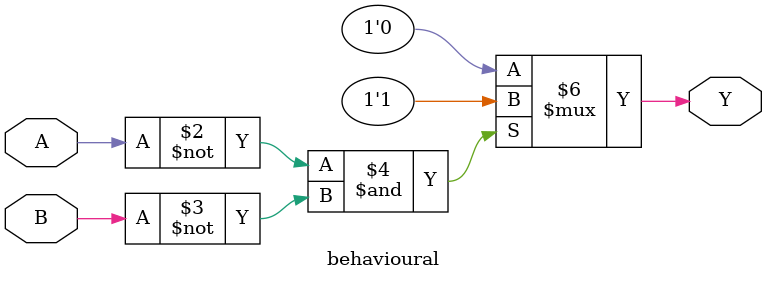
<source format=v>
module behavioural(A,B,Y);
  input A,B;
  output Y;
  reg Y;  

////In Behavioural model "Always block and Case statements" will be used
              
always @ (A or B) 
 begin
   if (A == 1'b0 & B == 1'b0)   ////we will specify the behaviour of the output corresponding to the input
    begin
     Y = 1'b1;
    end
   else 
     Y = 1'b0;
end

endmodule  

</source>
